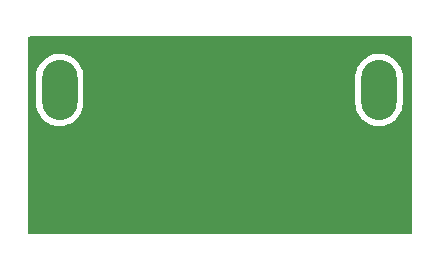
<source format=gbl>
G04 #@! TF.GenerationSoftware,KiCad,Pcbnew,(6.0.10)*
G04 #@! TF.CreationDate,2023-03-12T23:34:18-05:00*
G04 #@! TF.ProjectId,ReverseVoltageProtection_Breakout,52657665-7273-4655-966f-6c7461676550,rev?*
G04 #@! TF.SameCoordinates,Original*
G04 #@! TF.FileFunction,Copper,L2,Bot*
G04 #@! TF.FilePolarity,Positive*
%FSLAX46Y46*%
G04 Gerber Fmt 4.6, Leading zero omitted, Abs format (unit mm)*
G04 Created by KiCad (PCBNEW (6.0.10)) date 2023-03-12 23:34:18*
%MOMM*%
%LPD*%
G01*
G04 APERTURE LIST*
G04 #@! TA.AperFunction,ComponentPad*
%ADD10O,3.000000X5.100000*%
G04 #@! TD*
G04 APERTURE END LIST*
D10*
X114554000Y-117560000D03*
X114554000Y-109686000D03*
X87503000Y-117560000D03*
X87503000Y-109686000D03*
G04 #@! TA.AperFunction,Conductor*
G36*
X117289621Y-105176502D02*
G01*
X117336114Y-105230158D01*
X117347500Y-105282500D01*
X117347500Y-121793500D01*
X117327498Y-121861621D01*
X117273842Y-121908114D01*
X117221500Y-121919500D01*
X84962500Y-121919500D01*
X84894379Y-121899498D01*
X84847886Y-121845842D01*
X84836500Y-121793500D01*
X84836500Y-110806146D01*
X85494500Y-110806146D01*
X85509189Y-111016212D01*
X85567591Y-111290970D01*
X85663663Y-111554926D01*
X85795536Y-111802942D01*
X85798122Y-111806501D01*
X85798123Y-111806503D01*
X85880184Y-111919450D01*
X85960642Y-112030192D01*
X86155769Y-112232252D01*
X86377118Y-112405188D01*
X86380922Y-112407384D01*
X86380929Y-112407389D01*
X86578067Y-112521206D01*
X86620381Y-112545636D01*
X86880824Y-112650862D01*
X86885097Y-112651927D01*
X86885099Y-112651928D01*
X87149107Y-112717753D01*
X87149112Y-112717754D01*
X87153376Y-112718817D01*
X87157744Y-112719276D01*
X87157749Y-112719277D01*
X87428364Y-112747719D01*
X87428367Y-112747719D01*
X87432733Y-112748178D01*
X87437121Y-112748025D01*
X87437127Y-112748025D01*
X87709061Y-112738529D01*
X87709067Y-112738528D01*
X87713458Y-112738375D01*
X87717781Y-112737613D01*
X87717788Y-112737612D01*
X87893494Y-112706630D01*
X87990087Y-112689598D01*
X88257235Y-112602797D01*
X88261188Y-112600869D01*
X88261193Y-112600867D01*
X88374432Y-112545636D01*
X88509702Y-112479660D01*
X88513341Y-112477205D01*
X88513347Y-112477202D01*
X88624125Y-112402481D01*
X88742576Y-112322585D01*
X88951322Y-112134629D01*
X89131879Y-111919450D01*
X89280731Y-111681236D01*
X89394982Y-111424625D01*
X89472407Y-111154610D01*
X89511500Y-110876448D01*
X89511500Y-110806146D01*
X112545500Y-110806146D01*
X112560189Y-111016212D01*
X112618591Y-111290970D01*
X112714663Y-111554926D01*
X112846536Y-111802942D01*
X112849122Y-111806501D01*
X112849123Y-111806503D01*
X112931184Y-111919450D01*
X113011642Y-112030192D01*
X113206769Y-112232252D01*
X113428118Y-112405188D01*
X113431922Y-112407384D01*
X113431929Y-112407389D01*
X113629067Y-112521206D01*
X113671381Y-112545636D01*
X113931824Y-112650862D01*
X113936097Y-112651927D01*
X113936099Y-112651928D01*
X114200107Y-112717753D01*
X114200112Y-112717754D01*
X114204376Y-112718817D01*
X114208744Y-112719276D01*
X114208749Y-112719277D01*
X114479364Y-112747719D01*
X114479367Y-112747719D01*
X114483733Y-112748178D01*
X114488121Y-112748025D01*
X114488127Y-112748025D01*
X114760061Y-112738529D01*
X114760067Y-112738528D01*
X114764458Y-112738375D01*
X114768781Y-112737613D01*
X114768788Y-112737612D01*
X114944494Y-112706630D01*
X115041087Y-112689598D01*
X115308235Y-112602797D01*
X115312188Y-112600869D01*
X115312193Y-112600867D01*
X115425432Y-112545636D01*
X115560702Y-112479660D01*
X115564341Y-112477205D01*
X115564347Y-112477202D01*
X115675125Y-112402481D01*
X115793576Y-112322585D01*
X116002322Y-112134629D01*
X116182879Y-111919450D01*
X116331731Y-111681236D01*
X116445982Y-111424625D01*
X116523407Y-111154610D01*
X116562500Y-110876448D01*
X116562500Y-108565854D01*
X116547811Y-108355788D01*
X116489409Y-108081030D01*
X116393337Y-107817074D01*
X116261464Y-107569058D01*
X116179528Y-107456282D01*
X116098947Y-107345371D01*
X116098944Y-107345368D01*
X116096358Y-107341808D01*
X115901231Y-107139748D01*
X115679882Y-106966812D01*
X115676078Y-106964616D01*
X115676071Y-106964611D01*
X115440431Y-106828565D01*
X115436619Y-106826364D01*
X115176176Y-106721138D01*
X115171901Y-106720072D01*
X114907893Y-106654247D01*
X114907888Y-106654246D01*
X114903624Y-106653183D01*
X114899256Y-106652724D01*
X114899251Y-106652723D01*
X114628636Y-106624281D01*
X114628633Y-106624281D01*
X114624267Y-106623822D01*
X114619879Y-106623975D01*
X114619873Y-106623975D01*
X114347939Y-106633471D01*
X114347933Y-106633472D01*
X114343542Y-106633625D01*
X114339219Y-106634387D01*
X114339212Y-106634388D01*
X114163506Y-106665370D01*
X114066913Y-106682402D01*
X113799765Y-106769203D01*
X113795812Y-106771131D01*
X113795807Y-106771133D01*
X113685947Y-106824716D01*
X113547298Y-106892340D01*
X113543659Y-106894795D01*
X113543653Y-106894798D01*
X113440151Y-106964611D01*
X113314424Y-107049415D01*
X113105678Y-107237371D01*
X112925121Y-107452550D01*
X112776269Y-107690764D01*
X112662018Y-107947375D01*
X112584593Y-108217390D01*
X112545500Y-108495552D01*
X112545500Y-110806146D01*
X89511500Y-110806146D01*
X89511500Y-108565854D01*
X89496811Y-108355788D01*
X89438409Y-108081030D01*
X89342337Y-107817074D01*
X89210464Y-107569058D01*
X89128528Y-107456282D01*
X89047947Y-107345371D01*
X89047944Y-107345368D01*
X89045358Y-107341808D01*
X88850231Y-107139748D01*
X88628882Y-106966812D01*
X88625078Y-106964616D01*
X88625071Y-106964611D01*
X88389431Y-106828565D01*
X88385619Y-106826364D01*
X88125176Y-106721138D01*
X88120901Y-106720072D01*
X87856893Y-106654247D01*
X87856888Y-106654246D01*
X87852624Y-106653183D01*
X87848256Y-106652724D01*
X87848251Y-106652723D01*
X87577636Y-106624281D01*
X87577633Y-106624281D01*
X87573267Y-106623822D01*
X87568879Y-106623975D01*
X87568873Y-106623975D01*
X87296939Y-106633471D01*
X87296933Y-106633472D01*
X87292542Y-106633625D01*
X87288219Y-106634387D01*
X87288212Y-106634388D01*
X87112506Y-106665370D01*
X87015913Y-106682402D01*
X86748765Y-106769203D01*
X86744812Y-106771131D01*
X86744807Y-106771133D01*
X86634947Y-106824716D01*
X86496298Y-106892340D01*
X86492659Y-106894795D01*
X86492653Y-106894798D01*
X86389151Y-106964611D01*
X86263424Y-107049415D01*
X86054678Y-107237371D01*
X85874121Y-107452550D01*
X85725269Y-107690764D01*
X85611018Y-107947375D01*
X85533593Y-108217390D01*
X85494500Y-108495552D01*
X85494500Y-110806146D01*
X84836500Y-110806146D01*
X84836500Y-105282500D01*
X84856502Y-105214379D01*
X84910158Y-105167886D01*
X84962500Y-105156500D01*
X117221500Y-105156500D01*
X117289621Y-105176502D01*
G37*
G04 #@! TD.AperFunction*
M02*

</source>
